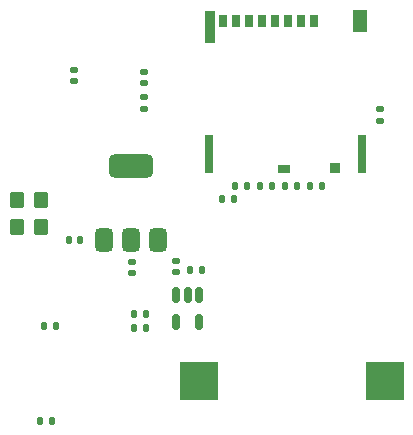
<source format=gbr>
%TF.GenerationSoftware,KiCad,Pcbnew,9.0.3*%
%TF.CreationDate,2025-09-17T23:32:25+02:00*%
%TF.ProjectId,Wear Camera,57656172-2043-4616-9d65-72612e6b6963,rev?*%
%TF.SameCoordinates,Original*%
%TF.FileFunction,Paste,Bot*%
%TF.FilePolarity,Positive*%
%FSLAX46Y46*%
G04 Gerber Fmt 4.6, Leading zero omitted, Abs format (unit mm)*
G04 Created by KiCad (PCBNEW 9.0.3) date 2025-09-17 23:32:25*
%MOMM*%
%LPD*%
G01*
G04 APERTURE LIST*
G04 Aperture macros list*
%AMRoundRect*
0 Rectangle with rounded corners*
0 $1 Rounding radius*
0 $2 $3 $4 $5 $6 $7 $8 $9 X,Y pos of 4 corners*
0 Add a 4 corners polygon primitive as box body*
4,1,4,$2,$3,$4,$5,$6,$7,$8,$9,$2,$3,0*
0 Add four circle primitives for the rounded corners*
1,1,$1+$1,$2,$3*
1,1,$1+$1,$4,$5*
1,1,$1+$1,$6,$7*
1,1,$1+$1,$8,$9*
0 Add four rect primitives between the rounded corners*
20,1,$1+$1,$2,$3,$4,$5,0*
20,1,$1+$1,$4,$5,$6,$7,0*
20,1,$1+$1,$6,$7,$8,$9,0*
20,1,$1+$1,$8,$9,$2,$3,0*%
G04 Aperture macros list end*
%ADD10RoundRect,0.250000X0.350000X0.450000X-0.350000X0.450000X-0.350000X-0.450000X0.350000X-0.450000X0*%
%ADD11RoundRect,0.375000X0.375000X-0.625000X0.375000X0.625000X-0.375000X0.625000X-0.375000X-0.625000X0*%
%ADD12RoundRect,0.500000X1.400000X-0.500000X1.400000X0.500000X-1.400000X0.500000X-1.400000X-0.500000X0*%
%ADD13RoundRect,0.135000X0.185000X-0.135000X0.185000X0.135000X-0.185000X0.135000X-0.185000X-0.135000X0*%
%ADD14RoundRect,0.135000X-0.135000X-0.185000X0.135000X-0.185000X0.135000X0.185000X-0.135000X0.185000X0*%
%ADD15RoundRect,0.140000X0.140000X0.170000X-0.140000X0.170000X-0.140000X-0.170000X0.140000X-0.170000X0*%
%ADD16RoundRect,0.135000X0.135000X0.185000X-0.135000X0.185000X-0.135000X-0.185000X0.135000X-0.185000X0*%
%ADD17RoundRect,0.150000X-0.150000X0.512500X-0.150000X-0.512500X0.150000X-0.512500X0.150000X0.512500X0*%
%ADD18RoundRect,0.147500X-0.172500X0.147500X-0.172500X-0.147500X0.172500X-0.147500X0.172500X0.147500X0*%
%ADD19R,3.180000X3.180000*%
%ADD20RoundRect,0.140000X0.170000X-0.140000X0.170000X0.140000X-0.170000X0.140000X-0.170000X-0.140000X0*%
%ADD21R,0.711200X1.092200*%
%ADD22R,0.889000X0.939800*%
%ADD23R,1.041400X0.787400*%
%ADD24R,1.143000X1.828800*%
%ADD25R,0.711200X3.327400*%
%ADD26R,0.863600X2.794000*%
%ADD27RoundRect,0.140000X-0.170000X0.140000X-0.170000X-0.140000X0.170000X-0.140000X0.170000X0.140000X0*%
G04 APERTURE END LIST*
D10*
%TO.C,R25*%
X80600000Y-108843800D03*
X78600000Y-108843800D03*
%TD*%
D11*
%TO.C,U1*%
X90550000Y-109993800D03*
X88250000Y-109993800D03*
D12*
X88250000Y-103693800D03*
D11*
X85950000Y-109993800D03*
%TD*%
D10*
%TO.C,R24*%
X80600000Y-106593800D03*
X78600000Y-106593800D03*
%TD*%
D13*
%TO.C,R4*%
X109350000Y-99903800D03*
X109350000Y-98883800D03*
%TD*%
D14*
%TO.C,R11*%
X80540000Y-125293800D03*
X81560000Y-125293800D03*
%TD*%
%TO.C,R5*%
X103430000Y-105443800D03*
X104450000Y-105443800D03*
%TD*%
D15*
%TO.C,C22*%
X83950000Y-109993800D03*
X82990000Y-109993800D03*
%TD*%
D14*
%TO.C,R12*%
X88540000Y-117418800D03*
X89560000Y-117418800D03*
%TD*%
D16*
%TO.C,R6*%
X102310000Y-105443800D03*
X101290000Y-105443800D03*
%TD*%
D14*
%TO.C,R15*%
X88540000Y-116243800D03*
X89560000Y-116243800D03*
%TD*%
D17*
%TO.C,U6*%
X92100000Y-114606300D03*
X93050000Y-114606300D03*
X94000000Y-114606300D03*
X94000000Y-116881300D03*
X92100000Y-116881300D03*
%TD*%
D13*
%TO.C,R13*%
X89400000Y-98853800D03*
X89400000Y-97833800D03*
%TD*%
D16*
%TO.C,R23*%
X94260000Y-112493800D03*
X93240000Y-112493800D03*
%TD*%
D18*
%TO.C,D2*%
X89400000Y-95758800D03*
X89400000Y-96728800D03*
%TD*%
D14*
%TO.C,R29*%
X99180000Y-105443800D03*
X100200000Y-105443800D03*
%TD*%
D19*
%TO.C,BT1*%
X109750000Y-121943800D03*
X94010000Y-121943800D03*
%TD*%
D20*
%TO.C,C15*%
X83400000Y-96543800D03*
X83400000Y-95583800D03*
%TD*%
%TO.C,C11*%
X92100000Y-112693800D03*
X92100000Y-111733800D03*
%TD*%
D16*
%TO.C,R2*%
X98110000Y-105443800D03*
X97090000Y-105443800D03*
%TD*%
%TO.C,R28*%
X81920000Y-117243800D03*
X80900000Y-117243800D03*
%TD*%
D21*
%TO.C,J3*%
X103725000Y-91453801D03*
X102625000Y-91453801D03*
X101525000Y-91453801D03*
X100424999Y-91453801D03*
X99324999Y-91453801D03*
X98224999Y-91453801D03*
X97124998Y-91453801D03*
X96025000Y-91453801D03*
D22*
X105515000Y-103918800D03*
D23*
X101250000Y-103993800D03*
D24*
X107605000Y-91468800D03*
D25*
X107825000Y-102718800D03*
X94865000Y-102718800D03*
D26*
X94945000Y-91953800D03*
%TD*%
D27*
%TO.C,C23*%
X88300000Y-111833800D03*
X88300000Y-112793800D03*
%TD*%
D14*
%TO.C,R3*%
X95990000Y-106543800D03*
X97010000Y-106543800D03*
%TD*%
M02*

</source>
